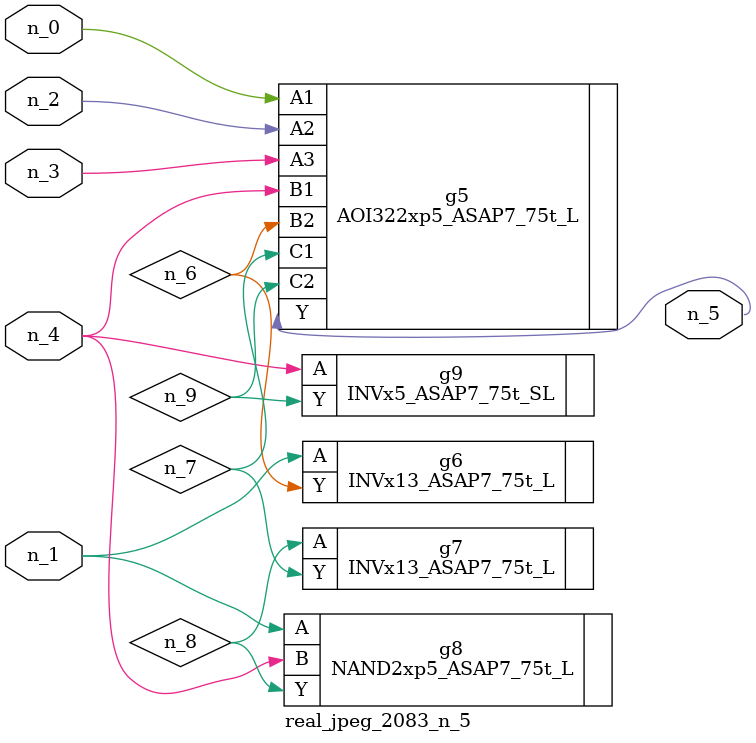
<source format=v>
module real_jpeg_2083_n_5 (n_4, n_0, n_1, n_2, n_3, n_5);

input n_4;
input n_0;
input n_1;
input n_2;
input n_3;

output n_5;

wire n_8;
wire n_6;
wire n_7;
wire n_9;

AOI322xp5_ASAP7_75t_L g5 ( 
.A1(n_0),
.A2(n_2),
.A3(n_3),
.B1(n_4),
.B2(n_6),
.C1(n_7),
.C2(n_9),
.Y(n_5)
);

INVx13_ASAP7_75t_L g6 ( 
.A(n_1),
.Y(n_6)
);

NAND2xp5_ASAP7_75t_L g8 ( 
.A(n_1),
.B(n_4),
.Y(n_8)
);

INVx5_ASAP7_75t_SL g9 ( 
.A(n_4),
.Y(n_9)
);

INVx13_ASAP7_75t_L g7 ( 
.A(n_8),
.Y(n_7)
);


endmodule
</source>
